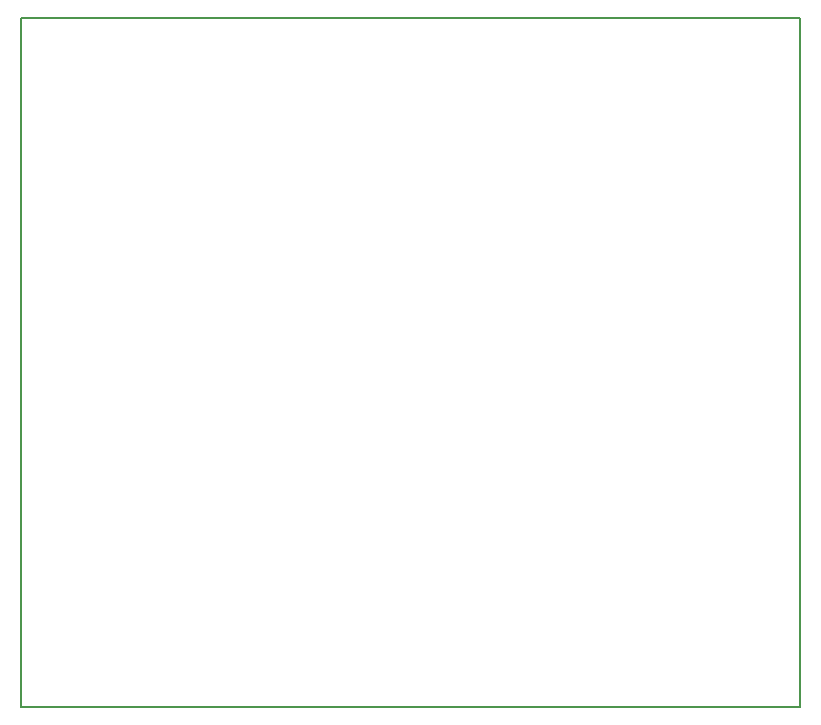
<source format=gbo>
G04 MADE WITH FRITZING*
G04 WWW.FRITZING.ORG*
G04 DOUBLE SIDED*
G04 HOLES PLATED*
G04 CONTOUR ON CENTER OF CONTOUR VECTOR*
%ASAXBY*%
%FSLAX23Y23*%
%MOIN*%
%OFA0B0*%
%SFA1.0B1.0*%
%ADD10R,2.606300X2.303150X2.590300X2.287150*%
%ADD11C,0.008000*%
%LNSILK0*%
G90*
G70*
G54D11*
X4Y2299D02*
X2602Y2299D01*
X2602Y4D01*
X4Y4D01*
X4Y2299D01*
D02*
G04 End of Silk0*
M02*
</source>
